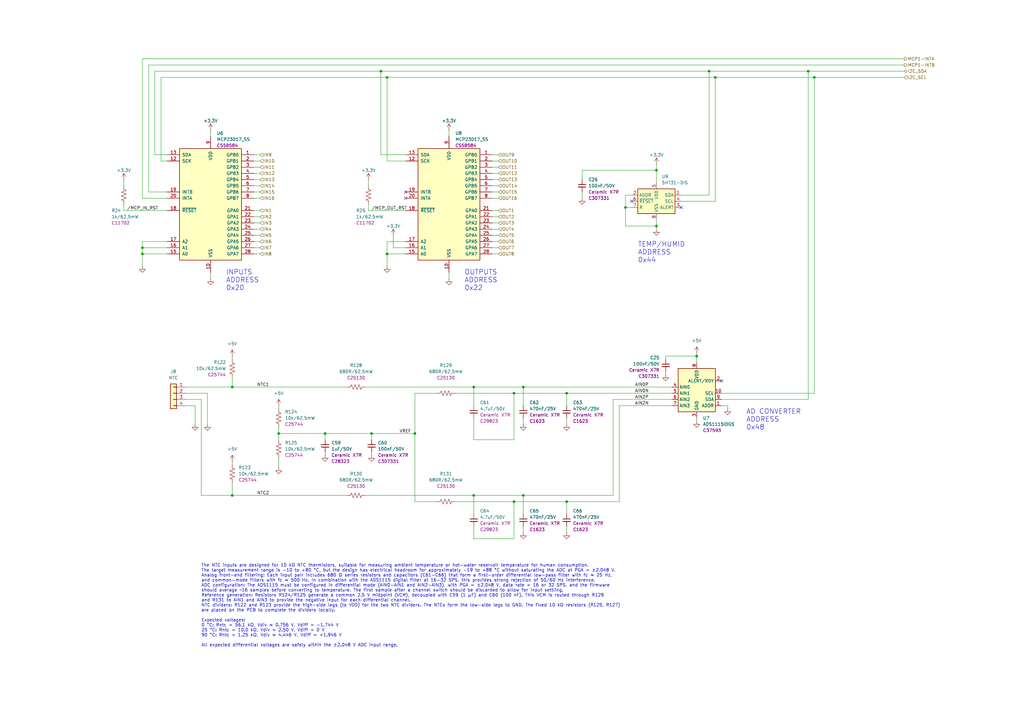
<source format=kicad_sch>
(kicad_sch (version 20250114) (generator "eeschema") (generator_version "9.0")
  (paper "A3")
  (title_block (title "ESP 24V 16xIn/16xOut/4xNTC Module") (date "2025-07-04") (rev "V4"))
  (lib_symbols
    (symbol "Analog_ADC:ADS1115IDGS"
      (property "Reference" "U" (at 2.54 13.97 0))
      (property "Value" "ADS1115IDGS" (at 7.62 11.43 0))
      (symbol "ADS1115IDGS_0_1"
        (rectangle (start -7.62 10.16) (end 7.62 -7.62) (stroke (width 0.254)) (fill (type background)))
      )
      (symbol "ADS1115IDGS_1_1"
        (pin input line (at -10.16 2.54 0) (length 2.54) (name "AIN0") (number "4"))
        (pin input line (at -10.16 0 0) (length 2.54) (name "AIN1") (number "5"))
        (pin input line (at -10.16 -2.54 0) (length 2.54) (name "AIN2") (number "6"))
        (pin input line (at -10.16 -5.08 0) (length 2.54) (name "AIN3") (number "7"))
        (pin power_in line (at 0 12.7 270) (length 2.54) (name "VDD") (number "8"))
        (pin power_in line (at 0 -10.16 90) (length 2.54) (name "GND") (number "3"))
        (pin output line (at 10.16 5.08 180) (length 2.54) (name "ALERT/RDY") (number "2"))
        (pin input line (at 10.16 0 180) (length 2.54) (name "SCL") (number "10"))
        (pin bidirectional line (at 10.16 -2.54 180) (length 2.54) (name "SDA") (number "9"))
        (pin input line (at 10.16 -5.08 180) (length 2.54) (name "ADDR") (number "1"))
      )
    )
    (symbol "Connector_Generic:Conn_01x04" (pin_names (offset 1.016) (hide yes))
      (property "Reference" "J" (at 0 5.08 0))
      (property "Value" "Conn_01x04" (at 0 -7.62 0))
      (symbol "Conn_01x04_1_1"
        (rectangle (start -1.27 3.81) (end 1.27 -6.35) (stroke (width 0.254)) (fill (type background)))
        (rectangle (start -1.27 2.667) (end 0 2.413) (stroke (width 0.1524)))
        (rectangle (start -1.27 0.127) (end 0 -0.127) (stroke (width 0.1524)))
        (rectangle (start -1.27 -2.413) (end 0 -2.667) (stroke (width 0.1524)))
        (rectangle (start -1.27 -4.953) (end 0 -5.207) (stroke (width 0.1524)))
        (pin passive line (at -5.08 2.54 0) (length 3.81) (name "Pin_1") (number "1"))
        (pin passive line (at -5.08 0 0) (length 3.81) (name "Pin_2") (number "2"))
        (pin passive line (at -5.08 -2.54 0) (length 3.81) (name "Pin_3") (number "3"))
        (pin passive line (at -5.08 -5.08 0) (length 3.81) (name "Pin_4") (number "4"))
      )
    )
    (symbol "Device:C_Small" (pin_numbers (hide yes)) (pin_names (offset 0.254) (hide yes))
      (property "Reference" "C" (at 0.254 1.778 0))
      (property "Value" "C_Small" (at 0.254 -2.032 0))
      (symbol "C_Small_0_1"
        (polyline (pts (xy -1.524 0.508) (xy 1.524 0.508)) (stroke (width 0.3048)))
        (polyline (pts (xy -1.524 -0.508) (xy 1.524 -0.508)) (stroke (width 0.3302)))
      )
      (symbol "C_Small_1_1"
        (pin passive line (at 0 2.54 270) (length 2.032) (name "~") (number "1"))
        (pin passive line (at 0 -2.54 90) (length 2.032) (name "~") (number "2"))
      )
    )
    (symbol "Device:R_US" (pin_numbers (hide yes)) (pin_names (offset 0))
      (property "Reference" "R" (at 2.54 0 90))
      (property "Value" "R_US" (at -2.54 0 90))
      (symbol "R_US_0_1"
        (polyline (pts (xy 0 2.286) (xy 0 2.54)))
        (polyline (pts (xy 0 2.286) (xy 1.016 1.905) (xy 0 1.524) (xy -1.016 1.143) (xy 0 0.762)))
        (polyline (pts (xy 0 0.762) (xy 1.016 0.381) (xy 0 0) (xy -1.016 -0.381) (xy 0 -0.762)))
        (polyline (pts (xy 0 -0.762) (xy 1.016 -1.143) (xy 0 -1.524) (xy -1.016 -1.905) (xy 0 -2.286)))
        (polyline (pts (xy 0 -2.286) (xy 0 -2.54)))
      )
      (symbol "R_US_1_1"
        (pin passive line (at 0 3.81 270) (length 1.27) (name "~") (number "1"))
        (pin passive line (at 0 -3.81 90) (length 1.27) (name "~") (number "2"))
      )
    )
    (symbol "Interface_Expansion:MCP23017_SS" (pin_names (offset 1.016))
      (property "Reference" "U" (at -11.43 24.13 0))
      (property "Value" "MCP23017_SS" (at 0 0 0))
      (symbol "MCP23017_SS_0_1"
        (rectangle (start -12.7 22.86) (end 12.7 -22.86) (stroke (width 0.254)) (fill (type background)))
      )
      (symbol "MCP23017_SS_1_1"
        (pin bidirectional line (at -17.78 20.32 0) (length 5.08) (name "SDA") (number "13"))
        (pin input line (at -17.78 17.78 0) (length 5.08) (name "SCK") (number "12"))
        (pin tri_state line (at -17.78 5.08 0) (length 5.08) (name "INTB") (number "19"))
        (pin tri_state line (at -17.78 2.54 0) (length 5.08) (name "INTA") (number "20"))
        (pin input line (at -17.78 -2.54 0) (length 5.08) (name "~{RESET}") (number "18"))
        (pin input line (at -17.78 -15.24 0) (length 5.08) (name "A2") (number "17"))
        (pin input line (at -17.78 -17.78 0) (length 5.08) (name "A1") (number "16"))
        (pin input line (at -17.78 -20.32 0) (length 5.08) (name "A0") (number "15"))
        (pin no_connect line (at -12.7 15.24 0) (length 5.08) (hide yes) (name "NC") (number "11"))
        (pin no_connect line (at -12.7 12.7 0) (length 5.08) (hide yes) (name "NC") (number "14"))
        (pin power_in line (at 0 27.94 270) (length 5.08) (name "VDD") (number "9"))
        (pin power_in line (at 0 -27.94 90) (length 5.08) (name "VSS") (number "10"))
        (pin bidirectional line (at 17.78 20.32 180) (length 5.08) (name "GPB0") (number "1"))
        (pin bidirectional line (at 17.78 17.78 180) (length 5.08) (name "GPB1") (number "2"))
        (pin bidirectional line (at 17.78 15.24 180) (length 5.08) (name "GPB2") (number "3"))
        (pin bidirectional line (at 17.78 12.7 180) (length 5.08) (name "GPB3") (number "4"))
        (pin bidirectional line (at 17.78 10.16 180) (length 5.08) (name "GPB4") (number "5"))
        (pin bidirectional line (at 17.78 7.62 180) (length 5.08) (name "GPB5") (number "6"))
        (pin bidirectional line (at 17.78 5.08 180) (length 5.08) (name "GPB6") (number "7"))
        (pin output line (at 17.78 2.54 180) (length 5.08) (name "GPB7") (number "8"))
        (pin bidirectional line (at 17.78 -2.54 180) (length 5.08) (name "GPA0") (number "21"))
        (pin bidirectional line (at 17.78 -5.08 180) (length 5.08) (name "GPA1") (number "22"))
        (pin bidirectional line (at 17.78 -7.62 180) (length 5.08) (name "GPA2") (number "23"))
        (pin bidirectional line (at 17.78 -10.16 180) (length 5.08) (name "GPA3") (number "24"))
        (pin bidirectional line (at 17.78 -12.7 180) (length 5.08) (name "GPA4") (number "25"))
        (pin bidirectional line (at 17.78 -15.24 180) (length 5.08) (name "GPA5") (number "26"))
        (pin bidirectional line (at 17.78 -17.78 180) (length 5.08) (name "GPA6") (number "27"))
        (pin output line (at 17.78 -20.32 180) (length 5.08) (name "GPA7") (number "28"))
      )
    )
    (symbol "Tales:SHT31-DIS"
      (property "Reference" "U" (at -6.35 6.35 0))
      (property "Value" "SHT31-DIS" (at 6.35 6.35 0))
      (symbol "SHT31-DIS_0_1"
        (rectangle (start -7.62 5.08) (end 7.62 -5.08) (stroke (width 0.254)) (fill (type background)))
      )
      (symbol "SHT31-DIS_1_1"
        (pin input line (at -10.16 2.54 0) (length 2.54) (name "ADDR") (number "2"))
        (pin input line (at -10.16 0 0) (length 2.54) (name "~{RESET}") (number "6"))
        (pin passive line (at -10.16 -2.54 0) (length 2.54) (name "R") (number "7"))
        (pin power_in line (at 0 7.62 270) (length 2.54) (name "VDD") (number "5"))
        (pin power_in line (at 0 -7.62 90) (length 2.54) (name "VSS") (number "8"))
        (pin passive line (at 0 -7.62 90) (length 2.54) (hide yes) (name "VSS") (number "9"))
        (pin bidirectional line (at 10.16 2.54 180) (length 2.54) (name "SDA") (number "1"))
        (pin input line (at 10.16 0 180) (length 2.54) (name "SCL") (number "4"))
        (pin output line (at 10.16 -2.54 180) (length 2.54) (name "ALERT") (number "3"))
      )
    )
    (symbol "power:+3.3V" (power) (pin_numbers (hide yes)) (pin_names (offset 0) (hide yes))
      (property "Value" "+3.3V" (at 0 3.556 0))
      (symbol "+3.3V_0_1"
        (polyline (pts (xy -0.762 1.27) (xy 0 2.54)))
        (polyline (pts (xy 0 2.54) (xy 0.762 1.27)))
        (polyline (pts (xy 0 0) (xy 0 2.54)))
      )
      (symbol "+3.3V_1_1"
        (pin power_in line (at 0 0 90) (length 0) (name "~") (number "1"))
      )
    )
    (symbol "power:+5V" (power) (pin_numbers (hide yes)) (pin_names (offset 0) (hide yes))
      (property "Value" "+5V" (at 0 3.556 0))
      (symbol "+5V_0_1"
        (polyline (pts (xy -0.762 1.27) (xy 0 2.54)))
        (polyline (pts (xy 0 2.54) (xy 0.762 1.27)))
        (polyline (pts (xy 0 0) (xy 0 2.54)))
      )
      (symbol "+5V_1_1"
        (pin power_in line (at 0 0 90) (length 0) (name "~") (number "1"))
      )
    )
    (symbol "power:GND" (power) (pin_numbers (hide yes)) (pin_names (offset 0) (hide yes))
      (property "Value" "GND" (at 0 -3.81 0))
      (symbol "GND_0_1"
        (polyline (pts (xy 0 0) (xy 0 -1.27) (xy 1.27 -1.27) (xy 0 -2.54) (xy -1.27 -1.27) (xy 0 -1.27)))
      )
      (symbol "GND_1_1"
        (pin power_in line (at 0 0 270) (length 0) (name "~") (number "1"))
      )
    )
  )
  (text "OUTPUTS\nADDRESS\n0x22" (at 190.5 119.38 0) (effects (font (size 2 2)) (justify left bottom)))
  (text "INPUTS\nADDRESS\n0x20" (at 92.71 119.38 0) (effects (font (size 2 2)) (justify left bottom)))
  (text "TEMP/HUMID\nADDRESS\n0x44" (at 261.62 107.95 0) (effects (font (size 2 2)) (justify left bottom)))
  (text "AD CONVERTER\nADDRESS\n0x48" (at 306.07 176.53 0) (effects (font (size 2 2)) (justify left bottom)))
  (text "The NTC inputs are designed for 10 kΩ NTC thermistors, suitable for measuring ambient temperature or hot-water reservoir temperature for human consumption.\nThe target measurement range is −10 to +80 °C, but the design has electrical headroom for approximately −19 to +88 °C without saturating the ADC at PGA = ±2.048 V.\nAnalog front-end filtering: Each input pair includes 680 Ω series resistors and capacitors (C61-C66) that form a first-order differential low-pass filter with fc ≈ 25 Hz,\nand common-mode filters with fc ≈ 500 Hz. In combination with the ADS1115 digital filter at 16-32 SPS, this provides strong rejection of 50/60 Hz interference.\nADC configuration: The ADS1115 must be configured in differential mode (AIN0-AIN1 and AIN2-AIN3), with PGA = ±2.048 V, data rate = 16 or 32 SPS, and the firmware\nshould average ~16 samples before converting to temperature. The first sample after a channel switch should be discarded to allow for input settling.\nReference generation: Resistors R124/R125 generate a common 2.5 V midpoint (VCM), decoupled with C59 (1 µF) and C60 (100 nF). This VCM is routed through R129\nand R131 to AIN1 and AIN3 to provide the negative input for each differential channel.\nNTC dividers: R122 and R123 provide the high-side legs (to VDD) for the two NTC dividers. The NTCs form the low-side legs to GND. The fixed 10 kΩ resistors (R125, R127)\nare placed on the PCB to complete the dividers locally.\n\nExpected voltages:\n0 °C: Rntc = 56.1 kΩ, Vdiv ≈ 0.756 V, Vdiff = −1.744 V\n25 °C: Rntc = 10.0 kΩ, Vdiv = 2.50 V, Vdiff = 0 V\n90 °C: Rntc = 1.25 kΩ, Vdiv ≈ 4.446 V, Vdiff = +1.946 V\n\nAll expected differential voltages are safely within the ±2.048 V ADC input range." (at 82.55 265.43 0) (effects (font (size 1.27 1.27)) (justify left bottom)))
  (junction (at 194.31 158.75))
  (junction (at 269.24 92.71))
  (junction (at 210.82 161.29))
  (junction (at 290.83 29.21))
  (junction (at 214.63 203.2))
  (junction (at 214.63 158.75))
  (junction (at 293.37 31.75))
  (junction (at 232.41 205.74))
  (junction (at 158.75 31.75))
  (junction (at 95.25 158.75))
  (junction (at 210.82 205.74))
  (junction (at 58.42 101.6))
  (junction (at 152.4 177.8))
  (junction (at 133.35 177.8))
  (junction (at 334.01 31.75))
  (junction (at 285.75 146.05))
  (junction (at 170.18 177.8))
  (junction (at 114.3 177.8))
  (junction (at 194.31 203.2))
  (junction (at 331.47 29.21))
  (junction (at 95.25 203.2))
  (junction (at 232.41 161.29))
  (junction (at 269.24 69.85))
  (junction (at 256.54 85.09))
  (junction (at 158.75 104.14))
  (junction (at 58.42 104.14))
  (junction (at 156.21 29.21))
  (no_connect (at 295.91 156.21))
  (no_connect (at 279.4 85.09))
  (no_connect (at 166.37 81.28))
  (no_connect (at 166.37 78.74))
  (no_connect (at 259.08 82.55))
  (wire (pts (xy 210.82 161.29) (xy 232.41 161.29)))
  (wire (pts (xy 254 205.74) (xy 254 166.37)))
  (wire (pts (xy 66.04 66.04) (xy 66.04 31.75)))
  (wire (pts (xy 254 166.37) (xy 275.59 166.37)))
  (wire (pts (xy 149.86 158.75) (xy 194.31 158.75)))
  (wire (pts (xy 194.31 220.98) (xy 210.82 220.98)))
  (wire (pts (xy 214.63 171.45) (xy 214.63 173.99)))
  (wire (pts (xy 106.68 78.74) (xy 104.14 78.74)))
  (wire (pts (xy 334.01 31.75) (xy 334.01 161.29)))
  (wire (pts (xy 80.01 166.37) (xy 80.01 173.99)))
  (wire (pts (xy 170.18 205.74) (xy 179.07 205.74)))
  (wire (pts (xy 50.8 83.82) (xy 50.8 86.36)))
  (wire (pts (xy 63.5 29.21) (xy 156.21 29.21)))
  (wire (pts (xy 166.37 63.5) (xy 156.21 63.5)))
  (wire (pts (xy 238.76 73.66) (xy 238.76 69.85)))
  (wire (pts (xy 170.18 161.29) (xy 170.18 177.8)))
  (wire (pts (xy 58.42 104.14) (xy 68.58 104.14)))
  (wire (pts (xy 106.68 99.06) (xy 104.14 99.06)))
  (wire (pts (xy 133.35 177.8) (xy 152.4 177.8)))
  (wire (pts (xy 194.31 180.34) (xy 210.82 180.34)))
  (wire (pts (xy 170.18 177.8) (xy 170.18 205.74)))
  (wire (pts (xy 106.68 86.36) (xy 104.14 86.36)))
  (wire (pts (xy 58.42 109.22) (xy 58.42 104.14)))
  (wire (pts (xy 269.24 67.31) (xy 269.24 69.85)))
  (wire (pts (xy 156.21 63.5) (xy 156.21 29.21)))
  (wire (pts (xy 232.41 161.29) (xy 232.41 166.37)))
  (wire (pts (xy 95.25 158.75) (xy 142.24 158.75)))
  (wire (pts (xy 76.2 166.37) (xy 80.01 166.37)))
  (wire (pts (xy 269.24 92.71) (xy 269.24 93.98)))
  (wire (pts (xy 232.41 171.45) (xy 232.41 173.99)))
  (wire (pts (xy 293.37 82.55) (xy 279.4 82.55)))
  (wire (pts (xy 166.37 66.04) (xy 158.75 66.04)))
  (wire (pts (xy 251.46 203.2) (xy 251.46 163.83)))
  (wire (pts (xy 106.68 91.44) (xy 104.14 91.44)))
  (wire (pts (xy 106.68 93.98) (xy 104.14 93.98)))
  (wire (pts (xy 58.42 81.28) (xy 68.58 81.28)))
  (wire (pts (xy 95.25 203.2) (xy 82.55 203.2)))
  (wire (pts (xy 232.41 161.29) (xy 275.59 161.29)))
  (wire (pts (xy 210.82 205.74) (xy 232.41 205.74)))
  (wire (pts (xy 152.4 185.42) (xy 152.4 186.69)))
  (wire (pts (xy 210.82 205.74) (xy 210.82 220.98)))
  (wire (pts (xy 60.96 78.74) (xy 68.58 78.74)))
  (wire (pts (xy 186.69 205.74) (xy 210.82 205.74)))
  (wire (pts (xy 68.58 101.6) (xy 58.42 101.6)))
  (wire (pts (xy 106.68 104.14) (xy 104.14 104.14)))
  (wire (pts (xy 204.47 88.9) (xy 201.93 88.9)))
  (wire (pts (xy 331.47 29.21) (xy 370.84 29.21)))
  (wire (pts (xy 232.41 205.74) (xy 232.41 210.82)))
  (wire (pts (xy 86.36 111.76) (xy 86.36 114.3)))
  (wire (pts (xy 106.68 101.6) (xy 104.14 101.6)))
  (wire (pts (xy 151.13 86.36) (xy 166.37 86.36)))
  (wire (pts (xy 166.37 101.6) (xy 161.29 101.6)))
  (wire (pts (xy 58.42 101.6) (xy 58.42 104.14)))
  (wire (pts (xy 86.36 53.34) (xy 86.36 55.88)))
  (wire (pts (xy 106.68 88.9) (xy 104.14 88.9)))
  (wire (pts (xy 82.55 203.2) (xy 82.55 163.83)))
  (wire (pts (xy 204.47 96.52) (xy 201.93 96.52)))
  (wire (pts (xy 194.31 158.75) (xy 214.63 158.75)))
  (wire (pts (xy 256.54 85.09) (xy 256.54 92.71)))
  (wire (pts (xy 204.47 78.74) (xy 201.93 78.74)))
  (wire (pts (xy 85.09 173.99) (xy 85.09 161.29)))
  (wire (pts (xy 133.35 177.8) (xy 133.35 180.34)))
  (wire (pts (xy 152.4 177.8) (xy 170.18 177.8)))
  (wire (pts (xy 204.47 104.14) (xy 201.93 104.14)))
  (wire (pts (xy 256.54 92.71) (xy 269.24 92.71)))
  (wire (pts (xy 114.3 166.37) (xy 114.3 167.64)))
  (wire (pts (xy 106.68 76.2) (xy 104.14 76.2)))
  (wire (pts (xy 295.91 163.83) (xy 331.47 163.83)))
  (wire (pts (xy 95.25 154.94) (xy 95.25 158.75)))
  (wire (pts (xy 194.31 171.45) (xy 194.31 180.34)))
  (wire (pts (xy 186.69 161.29) (xy 210.82 161.29)))
  (wire (pts (xy 269.24 90.17) (xy 269.24 92.71)))
  (wire (pts (xy 151.13 83.82) (xy 151.13 86.36)))
  (wire (pts (xy 170.18 161.29) (xy 179.07 161.29)))
  (wire (pts (xy 295.91 161.29) (xy 334.01 161.29)))
  (wire (pts (xy 58.42 81.28) (xy 58.42 24.13)))
  (wire (pts (xy 204.47 71.12) (xy 201.93 71.12)))
  (wire (pts (xy 95.25 158.75) (xy 76.2 158.75)))
  (wire (pts (xy 95.25 198.12) (xy 95.25 203.2)))
  (wire (pts (xy 214.63 203.2) (xy 214.63 210.82)))
  (wire (pts (xy 298.45 166.37) (xy 295.91 166.37)))
  (wire (pts (xy 334.01 31.75) (xy 370.84 31.75)))
  (wire (pts (xy 238.76 78.74) (xy 238.76 81.28)))
  (wire (pts (xy 204.47 66.04) (xy 201.93 66.04)))
  (wire (pts (xy 95.25 203.2) (xy 142.24 203.2)))
  (wire (pts (xy 158.75 109.22) (xy 158.75 104.14)))
  (wire (pts (xy 106.68 96.52) (xy 104.14 96.52)))
  (wire (pts (xy 273.05 146.05) (xy 285.75 146.05)))
  (wire (pts (xy 204.47 91.44) (xy 201.93 91.44)))
  (wire (pts (xy 95.25 189.23) (xy 95.25 190.5)))
  (wire (pts (xy 158.75 66.04) (xy 158.75 31.75)))
  (wire (pts (xy 114.3 177.8) (xy 133.35 177.8)))
  (wire (pts (xy 68.58 66.04) (xy 66.04 66.04)))
  (wire (pts (xy 232.41 215.9) (xy 232.41 218.44)))
  (wire (pts (xy 214.63 158.75) (xy 275.59 158.75)))
  (wire (pts (xy 158.75 104.14) (xy 166.37 104.14)))
  (wire (pts (xy 285.75 171.45) (xy 285.75 172.72)))
  (wire (pts (xy 106.68 71.12) (xy 104.14 71.12)))
  (wire (pts (xy 273.05 152.4) (xy 273.05 153.67)))
  (wire (pts (xy 204.47 76.2) (xy 201.93 76.2)))
  (wire (pts (xy 161.29 101.6) (xy 161.29 96.52)))
  (wire (pts (xy 290.83 29.21) (xy 331.47 29.21)))
  (wire (pts (xy 204.47 86.36) (xy 201.93 86.36)))
  (wire (pts (xy 184.15 53.34) (xy 184.15 55.88)))
  (wire (pts (xy 114.3 187.96) (xy 114.3 191.77)))
  (wire (pts (xy 166.37 99.06) (xy 158.75 99.06)))
  (wire (pts (xy 259.08 80.01) (xy 256.54 80.01)))
  (wire (pts (xy 232.41 205.74) (xy 254 205.74)))
  (wire (pts (xy 68.58 99.06) (xy 58.42 99.06)))
  (wire (pts (xy 50.8 73.66) (xy 50.8 76.2)))
  (wire (pts (xy 106.68 63.5) (xy 104.14 63.5)))
  (wire (pts (xy 114.3 175.26) (xy 114.3 177.8)))
  (wire (pts (xy 156.21 29.21) (xy 290.83 29.21)))
  (wire (pts (xy 293.37 31.75) (xy 334.01 31.75)))
  (wire (pts (xy 259.08 85.09) (xy 256.54 85.09)))
  (wire (pts (xy 106.68 73.66) (xy 104.14 73.66)))
  (wire (pts (xy 256.54 80.01) (xy 256.54 85.09)))
  (wire (pts (xy 152.4 177.8) (xy 152.4 180.34)))
  (wire (pts (xy 293.37 31.75) (xy 293.37 82.55)))
  (wire (pts (xy 60.96 78.74) (xy 60.96 26.67)))
  (wire (pts (xy 279.4 80.01) (xy 290.83 80.01)))
  (wire (pts (xy 214.63 158.75) (xy 214.63 166.37)))
  (wire (pts (xy 50.8 86.36) (xy 68.58 86.36)))
  (wire (pts (xy 204.47 73.66) (xy 201.93 73.66)))
  (wire (pts (xy 114.3 177.8) (xy 114.3 180.34)))
  (wire (pts (xy 106.68 68.58) (xy 104.14 68.58)))
  (wire (pts (xy 210.82 161.29) (xy 210.82 180.34)))
  (wire (pts (xy 66.04 31.75) (xy 158.75 31.75)))
  (wire (pts (xy 184.15 111.76) (xy 184.15 114.3)))
  (wire (pts (xy 60.96 26.67) (xy 370.84 26.67)))
  (wire (pts (xy 158.75 99.06) (xy 158.75 104.14)))
  (wire (pts (xy 82.55 163.83) (xy 76.2 163.83)))
  (wire (pts (xy 194.31 203.2) (xy 214.63 203.2)))
  (wire (pts (xy 149.86 203.2) (xy 194.31 203.2)))
  (wire (pts (xy 106.68 81.28) (xy 104.14 81.28)))
  (wire (pts (xy 238.76 69.85) (xy 269.24 69.85)))
  (wire (pts (xy 194.31 215.9) (xy 194.31 220.98)))
  (wire (pts (xy 158.75 31.75) (xy 293.37 31.75)))
  (wire (pts (xy 331.47 29.21) (xy 331.47 163.83)))
  (wire (pts (xy 214.63 215.9) (xy 214.63 218.44)))
  (wire (pts (xy 194.31 203.2) (xy 194.31 210.82)))
  (wire (pts (xy 106.68 66.04) (xy 104.14 66.04)))
  (wire (pts (xy 204.47 93.98) (xy 201.93 93.98)))
  (wire (pts (xy 151.13 73.66) (xy 151.13 76.2)))
  (wire (pts (xy 204.47 63.5) (xy 201.93 63.5)))
  (wire (pts (xy 204.47 81.28) (xy 201.93 81.28)))
  (wire (pts (xy 204.47 68.58) (xy 201.93 68.58)))
  (wire (pts (xy 214.63 203.2) (xy 251.46 203.2)))
  (wire (pts (xy 290.83 29.21) (xy 290.83 80.01)))
  (wire (pts (xy 204.47 101.6) (xy 201.93 101.6)))
  (wire (pts (xy 285.75 144.78) (xy 285.75 146.05)))
  (wire (pts (xy 58.42 24.13) (xy 370.84 24.13)))
  (wire (pts (xy 251.46 163.83) (xy 275.59 163.83)))
  (wire (pts (xy 133.35 185.42) (xy 133.35 186.69)))
  (wire (pts (xy 85.09 161.29) (xy 76.2 161.29)))
  (wire (pts (xy 285.75 146.05) (xy 285.75 148.59)))
  (wire (pts (xy 58.42 99.06) (xy 58.42 101.6)))
  (wire (pts (xy 95.25 146.05) (xy 95.25 147.32)))
  (wire (pts (xy 63.5 63.5) (xy 63.5 29.21)))
  (wire (pts (xy 298.45 167.64) (xy 298.45 166.37)))
  (wire (pts (xy 269.24 69.85) (xy 269.24 74.93)))
  (wire (pts (xy 194.31 158.75) (xy 194.31 166.37)))
  (wire (pts (xy 273.05 147.32) (xy 273.05 146.05)))
  (wire (pts (xy 204.47 99.06) (xy 201.93 99.06)))
  (wire (pts (xy 68.58 63.5) (xy 63.5 63.5)))
  (label "AIN0P" (at 260.35 158.75 0))
  (label "{slash}MCP_IN_RST" (at 52.07 86.36 0))
  (label "AIN2P" (at 260.35 163.83 0))
  (label "{slash}MCP_OUT_RST" (at 152.4 86.36 0))
  (label "NTC1" (at 105.41 158.75 0))
  (label "AIN2N" (at 260.35 166.37 0))
  (label "AIN0N" (at 260.35 161.29 0))
  (label "VREF" (at 163.83 177.8 0))
  (label "NTC2" (at 105.41 203.2 0))
  (hierarchical_label "IN1" (shape input) (at 106.68 86.36 0))
  (hierarchical_label "I2C_SDA" (shape bidirectional) (at 370.84 29.21 0))
  (hierarchical_label "OUT8" (shape input) (at 204.47 104.14 0))
  (hierarchical_label "OUT14" (shape input) (at 204.47 76.2 0))
  (hierarchical_label "IN10" (shape input) (at 106.68 66.04 0))
  (hierarchical_label "OUT4" (shape input) (at 204.47 93.98 0))
  (hierarchical_label "OUT13" (shape input) (at 204.47 73.66 0))
  (hierarchical_label "OUT2" (shape input) (at 204.47 88.9 0))
  (hierarchical_label "OUT7" (shape input) (at 204.47 101.6 0))
  (hierarchical_label "IN14" (shape input) (at 106.68 76.2 0))
  (hierarchical_label "OUT16" (shape input) (at 204.47 81.28 0))
  (hierarchical_label "IN5" (shape input) (at 106.68 96.52 0))
  (hierarchical_label "OUT1" (shape input) (at 204.47 86.36 0))
  (hierarchical_label "IN15" (shape input) (at 106.68 78.74 0))
  (hierarchical_label "IN2" (shape input) (at 106.68 88.9 0))
  (hierarchical_label "OUT12" (shape input) (at 204.47 71.12 0))
  (hierarchical_label "IN3" (shape input) (at 106.68 91.44 0))
  (hierarchical_label "IN11" (shape input) (at 106.68 68.58 0))
  (hierarchical_label "IN16" (shape input) (at 106.68 81.28 0))
  (hierarchical_label "I2C_SCL" (shape input) (at 370.84 31.75 0))
  (hierarchical_label "IN8" (shape input) (at 106.68 104.14 0))
  (hierarchical_label "OUT6" (shape input) (at 204.47 99.06 0))
  (hierarchical_label "OUT15" (shape input) (at 204.47 78.74 0))
  (hierarchical_label "IN4" (shape input) (at 106.68 93.98 0))
  (hierarchical_label "IN13" (shape input) (at 106.68 73.66 0))
  (hierarchical_label "OUT11" (shape input) (at 204.47 68.58 0))
  (hierarchical_label "MCP1-INTA" (shape output) (at 370.84 24.13 0))
  (hierarchical_label "OUT9" (shape input) (at 204.47 63.5 0))
  (hierarchical_label "IN6" (shape input) (at 106.68 99.06 0))
  (hierarchical_label "MCP1-INTB" (shape output) (at 370.84 26.67 0))
  (hierarchical_label "IN7" (shape input) (at 106.68 101.6 0))
  (hierarchical_label "OUT5" (shape input) (at 204.47 96.52 0))
  (hierarchical_label "OUT3" (shape input) (at 204.47 91.44 0))
  (hierarchical_label "IN12" (shape input) (at 106.68 71.12 0))
  (hierarchical_label "OUT10" (shape input) (at 204.47 66.04 0))
  (hierarchical_label "IN9" (shape input) (at 106.68 63.5 0))
  (symbol (lib_id "Interface_Expansion:MCP23017_SS") (at 86.36 83.82 0) (unit 1)
    (property "Reference" "U6" (at 88.9 54.61 0) (effects (justify left)))
    (property "Value" "MCP23017_SS" (at 88.9 57.15 0) (effects (justify left)))
    (property "Footprint" "Package_SO:SSOP-28_5.3x10.2mm_P0.65mm" (effects (hide yes)))
    (property "Datasheet" "https://ww1.microchip.com/downloads/aemDocuments/documents/APID/ProductDocuments/DataSheets/MCP23017-Data-Sheet-DS20001952.pdf" (effects (hide yes)))
    (property "Description" "16-bit I/O expander, I2C, interrupts, w pull-ups, SSOP-28" (effects (hide yes)))
    (property "JLCPCB BOM" "1" (effects (hide yes)))
    (property "Case" "SSOP-28-5.3" (effects (hide yes)))
    (property "LCSC Part #" "C558584" (at 88.9 59.69 0) (effects (justify left)))
    (property "Mfr" "Microchip" (effects (hide yes)))
    (property "Mfr PN" "MCP23017T-E/SS" (effects (hide yes)))
    (property "Vendor" "JLCPCB" (effects (hide yes)))
    (property "Vendor PN" "C558584" (effects (hide yes)))
  )
  (symbol (lib_id "power:GND") (at 158.75 109.22 0) (unit 1)
    (property "Reference" "#PWR074" (effects (hide yes)))
    (property "Value" "GND" (effects (hide yes)))
    (property "Description" "Power symbol creates a global label with name \"GND\" , ground" (effects (hide yes)))
  )
  (symbol (lib_id "Device:R_US") (at 146.05 158.75 270) (unit 1)
    (property "Reference" "R128" (at 146.05 149.86 90))
    (property "Value" "680R/62,5mW" (at 146.05 152.4 90))
    (property "Footprint" "Tales:R_0402_1005Metric" (effects (hide yes)))
    (property "Description" "Resistor, US symbol" (effects (hide yes)))
    (property "Mfr" "Uniroyal" (effects (hide yes)))
    (property "Vendor" "JLCPCB" (effects (hide yes)))
    (property "Mfr PN" "0402WGF6800TCE" (effects (hide yes)))
    (property "Technology" "1%" (effects (hide yes)))
    (property "Vendor PN" "C25130" (effects (hide yes)))
    (property "LCSC Part #" "C25130" (at 146.05 154.94 90))
    (property "JLCPCB BOM" "1" (effects (hide yes)))
    (property "Package" "0402/1005" (effects (hide yes)))
    (property "Case" "0402/1005" (effects (hide yes)))
  )
  (symbol (lib_id "power:GND") (at 214.63 173.99 0) (unit 1)
    (property "Reference" "#PWR068" (effects (hide yes)))
    (property "Value" "GND" (effects (hide yes)))
    (property "Description" "Power symbol creates a global label with name \"GND\" , ground" (effects (hide yes)))
  )
  (symbol (lib_id "Device:C_Small") (at 214.63 168.91 0) (unit 1)
    (property "Reference" "C62" (at 217.17 165.1062 0) (effects (justify left)))
    (property "Value" "470nF/25V" (at 217.17 167.6462 0) (effects (justify left)))
    (property "Footprint" "Tales:C_0603_1608Metric" (effects (hide yes)))
    (property "Description" "Unpolarized capacitor, small symbol" (effects (hide yes)))
    (property "JLCPCB BOM" "1" (effects (hide yes)))
    (property "Technology" "Ceramic X7R" (at 217.17 170.1862 0) (effects (justify left)))
    (property "LCSC Part #" "C1623" (at 217.17 172.7262 0) (effects (justify left)))
    (property "Mfr" "Samsung" (effects (hide yes)))
    (property "Mfr PN" "CL10B474KA8NNNC" (effects (hide yes)))
    (property "Vendor" "JLCPCB" (effects (hide yes)))
    (property "Vendor PN" "C1623" (effects (hide yes)))
    (property "Package" "0603/1608" (effects (hide yes)))
    (property "Case" "0603/1608" (effects (hide yes)))
  )
  (symbol (lib_id "power:+3.3V") (at 184.15 53.34 0) (unit 1)
    (property "Reference" "#PWR079" (effects (hide yes)))
    (property "Value" "+3.3V" (at 184.15 49.53 0))
    (property "Description" "Power symbol creates a global label with name \"+3.3V\"" (effects (hide yes)))
  )
  (symbol (lib_id "Connector_Generic:Conn_01x04") (at 71.12 161.29 0) (mirror y) (unit 1)
    (property "Reference" "J8" (at 71.12 152.4 0))
    (property "Value" "NTC" (at 71.12 154.94 0))
    (property "Footprint" "Tales:TerminalBlock_Dibo_DB141V-2.54-4P_1x04_P2.54mm_Vertical" (effects (hide yes)))
    (property "Description" "Generic connector, single row, 01x04, script generated (kicad-library-utils/schlib/autogen/connector/)" (effects (hide yes)))
    (property "JLCPCB BOM" "1" (effects (hide yes)))
    (property "LCSC Part #" "C2898746" (effects (hide yes)))
    (property "Mfr" "DIBO" (effects (hide yes)))
    (property "Mfr PN" "DB141V-2.54-4P" (effects (hide yes)))
    (property "Vendor" "JLCPCB" (effects (hide yes)))
    (property "Vendor PN" "C2898746" (effects (hide yes)))
  )
  (symbol (lib_id "power:+5V") (at 114.3 166.37 0) (unit 1)
    (property "Reference" "#PWR0249" (effects (hide yes)))
    (property "Value" "+5V" (at 114.3 161.29 0))
    (property "Description" "Power symbol creates a global label with name \"+5V\"" (effects (hide yes)))
  )
  (symbol (lib_id "Analog_ADC:ADS1115IDGS") (at 285.75 161.29 0) (unit 1)
    (property "Reference" "U7" (at 288.29 171.45 0) (effects (justify left)))
    (property "Value" "ADS1115IDGS" (at 288.29 173.99 0) (effects (justify left)))
    (property "Footprint" "Package_SO:TSSOP-10_3x3mm_P0.5mm" (effects (hide yes)))
    (property "Datasheet" "http://www.ti.com/lit/ds/symlink/ads1113.pdf" (effects (hide yes)))
    (property "Description" "Ultra-Small, Low-Power, I2C-Compatible, 860-SPS, 16-Bit ADCs With Internal Reference, Oscillator, and Programmable Comparator, VSSOP-10" (effects (hide yes)))
    (property "JLCPCB BOM" "1" (effects (hide yes)))
    (property "LCSC Part #" "C37593" (at 288.29 176.53 0) (effects (justify left)))
    (property "Mfr" "Texas Instruments" (effects (hide yes)))
    (property "Mfr PN" "ADS1115IDGSR" (effects (hide yes)))
    (property "Package" "VSSOP-10" (effects (hide yes)))
    (property "Vendor" "JLCPCB" (effects (hide yes)))
    (property "Vendor PN" "C37593" (effects (hide yes)))
    (property "Case" "TSSOP-10" (effects (hide yes)))
  )
  (symbol (lib_id "Device:R_US") (at 95.25 194.31 180) (unit 1)
    (property "Reference" "R123" (at 97.79 191.7699 0) (effects (justify right)))
    (property "Value" "10k/62,5mW" (at 97.79 194.3099 0) (effects (justify right)))
    (property "Footprint" "Tales:R_0402_1005Metric" (effects (hide yes)))
    (property "Description" "Resistor, US symbol" (effects (hide yes)))
    (property "Mfr" "Uniroyal" (effects (hide yes)))
    (property "Vendor" "JLCPCB" (effects (hide yes)))
    (property "Mfr PN" "0402WGF1002TCE" (effects (hide yes)))
    (property "Technology" "1%" (effects (hide yes)))
    (property "Vendor PN" "C25744" (effects (hide yes)))
    (property "LCSC Part #" "C25744" (at 97.79 196.8499 0) (effects (justify right)))
    (property "JLCPCB BOM" "1" (effects (hide yes)))
    (property "Package" "0402/1005" (effects (hide yes)))
    (property "Case" "0402/1005" (effects (hide yes)))
  )
  (symbol (lib_id "Device:R_US") (at 182.88 161.29 270) (unit 1)
    (property "Reference" "R129" (at 182.88 149.86 90))
    (property "Value" "680R/62,5mW" (at 182.88 152.4 90))
    (property "Footprint" "Tales:R_0402_1005Metric" (effects (hide yes)))
    (property "Description" "Resistor, US symbol" (effects (hide yes)))
    (property "Mfr" "Uniroyal" (effects (hide yes)))
    (property "Vendor" "JLCPCB" (effects (hide yes)))
    (property "Mfr PN" "0402WGF6800TCE" (effects (hide yes)))
    (property "Technology" "1%" (effects (hide yes)))
    (property "Vendor PN" "C25130" (effects (hide yes)))
    (property "LCSC Part #" "C25130" (at 182.88 154.94 90))
    (property "JLCPCB BOM" "1" (effects (hide yes)))
    (property "Package" "0402/1005" (effects (hide yes)))
    (property "Case" "0402/1005" (effects (hide yes)))
  )
  (symbol (lib_id "power:GND") (at 285.75 172.72 0) (unit 1)
    (property "Reference" "#PWR077" (effects (hide yes)))
    (property "Value" "GND" (effects (hide yes)))
    (property "Description" "Power symbol creates a global label with name \"GND\" , ground" (effects (hide yes)))
  )
  (symbol (lib_id "power:GND") (at 238.76 81.28 0) (unit 1)
    (property "Reference" "#PWR083" (effects (hide yes)))
    (property "Value" "GND" (effects (hide yes)))
    (property "Description" "Power symbol creates a global label with name \"GND\" , ground" (effects (hide yes)))
  )
  (symbol (lib_id "power:+5V") (at 95.25 146.05 0) (unit 1)
    (property "Reference" "#PWR0253" (effects (hide yes)))
    (property "Value" "+5V" (at 95.25 140.97 0))
    (property "Description" "Power symbol creates a global label with name \"+5V\"" (effects (hide yes)))
  )
  (symbol (lib_id "power:GND") (at 232.41 173.99 0) (unit 1)
    (property "Reference" "#PWR069" (effects (hide yes)))
    (property "Value" "GND" (effects (hide yes)))
    (property "Description" "Power symbol creates a global label with name \"GND\" , ground" (effects (hide yes)))
  )
  (symbol (lib_id "Device:C_Small") (at 214.63 213.36 0) (unit 1)
    (property "Reference" "C65" (at 217.17 209.5562 0) (effects (justify left)))
    (property "Value" "470nF/25V" (at 217.17 212.0962 0) (effects (justify left)))
    (property "Footprint" "Tales:C_0603_1608Metric" (effects (hide yes)))
    (property "Description" "Unpolarized capacitor, small symbol" (effects (hide yes)))
    (property "JLCPCB BOM" "1" (effects (hide yes)))
    (property "Technology" "Ceramic X7R" (at 217.17 214.6362 0) (effects (justify left)))
    (property "LCSC Part #" "C1623" (at 217.17 217.1762 0) (effects (justify left)))
    (property "Mfr" "Samsung" (effects (hide yes)))
    (property "Mfr PN" "CL10B474KA8NNNC" (effects (hide yes)))
    (property "Vendor" "JLCPCB" (effects (hide yes)))
    (property "Vendor PN" "C1623" (effects (hide yes)))
    (property "Package" "0603/1608" (effects (hide yes)))
    (property "Case" "0603/1608" (effects (hide yes)))
  )
  (symbol (lib_id "power:GND") (at 232.41 218.44 0) (unit 1)
    (property "Reference" "#PWR0247" (effects (hide yes)))
    (property "Value" "GND" (effects (hide yes)))
    (property "Description" "Power symbol creates a global label with name \"GND\" , ground" (effects (hide yes)))
  )
  (symbol (lib_id "Device:C_Small") (at 194.31 168.91 0) (unit 1)
    (property "Reference" "C61" (at 196.85 165.1062 0) (effects (justify left)))
    (property "Value" "4.7uF/50V" (at 196.85 167.6462 0) (effects (justify left)))
    (property "Footprint" "Tales:C_1206_3216Metric" (effects (hide yes)))
    (property "Description" "Unpolarized capacitor, small symbol" (effects (hide yes)))
    (property "JLCPCB BOM" "1" (effects (hide yes)))
    (property "Technology" "Ceramic X7R" (at 196.85 170.1862 0) (effects (justify left)))
    (property "LCSC Part #" "C29823" (at 196.85 172.7262 0) (effects (justify left)))
    (property "Mfr" "Samsung" (effects (hide yes)))
    (property "Mfr PN" "1206B475K500NT" (effects (hide yes)))
    (property "Vendor" "JLCPCB" (effects (hide yes)))
    (property "Vendor PN" "C29823" (effects (hide yes)))
    (property "Package" "1206/3216" (effects (hide yes)))
    (property "Case" "1206/3216" (effects (hide yes)))
  )
  (symbol (lib_id "Device:R_US") (at 50.8 80.01 0) (unit 1)
    (property "Reference" "R24" (at 45.72 86.36 0) (effects (justify left)))
    (property "Value" "1k/62,5mW" (at 45.72 88.9 0) (effects (justify left)))
    (property "Footprint" "Tales:R_0402_1005Metric" (effects (hide yes)))
    (property "Description" "Resistor, US symbol" (effects (hide yes)))
    (property "Case" "0402/1005" (effects (hide yes)))
    (property "LCSC Part #" "C11702" (at 45.72 91.44 0) (effects (justify left)))
    (property "Mfr" "Uniroyal" (effects (hide yes)))
    (property "Mfr PN" "0402WGF1001TCE" (effects (hide yes)))
    (property "Technology" "1%" (effects (hide yes)))
    (property "Vendor" "JLCPCB" (effects (hide yes)))
    (property "Vendor PN" "C11702" (effects (hide yes)))
    (property "JLCPCB BOM" "1" (effects (hide yes)))
  )
  (symbol (lib_id "power:GND") (at 214.63 218.44 0) (unit 1)
    (property "Reference" "#PWR082" (effects (hide yes)))
    (property "Value" "GND" (effects (hide yes)))
    (property "Description" "Power symbol creates a global label with name \"GND\" , ground" (effects (hide yes)))
  )
  (symbol (lib_id "power:GND") (at 133.35 186.69 0) (unit 1)
    (property "Reference" "#PWR0251" (effects (hide yes)))
    (property "Value" "GND" (effects (hide yes)))
    (property "Description" "Power symbol creates a global label with name \"GND\" , ground" (effects (hide yes)))
  )
  (symbol (lib_id "power:GND") (at 273.05 153.67 0) (unit 1)
    (property "Reference" "#PWR072" (effects (hide yes)))
    (property "Value" "GND" (effects (hide yes)))
    (property "Description" "Power symbol creates a global label with name \"GND\" , ground" (effects (hide yes)))
  )
  (symbol (lib_id "Device:C_Small") (at 133.35 182.88 0) (unit 1)
    (property "Reference" "C59" (at 135.89 181.61 0) (effects (justify left)))
    (property "Value" "1uF/50V" (at 135.89 184.15 0) (effects (justify left)))
    (property "Footprint" "Tales:C_0805_2012Metric" (effects (hide yes)))
    (property "Description" "Unpolarized capacitor, small symbol" (effects (hide yes)))
    (property "JLCPCB BOM" "1" (effects (hide yes)))
    (property "Technology" "Ceramic X7R" (at 135.89 186.69 0) (effects (justify left)))
    (property "LCSC Part #" "C28323" (at 135.89 189.23 0) (effects (justify left)))
    (property "Mfr" "Samsung" (effects (hide yes)))
    (property "Mfr PN" "CL21B105KBFNNNE" (effects (hide yes)))
    (property "Vendor" "JLCPCB" (effects (hide yes)))
    (property "Vendor PN" "C28323" (effects (hide yes)))
    (property "Package" "0402/1005" (effects (hide yes)))
    (property "Case" "0805/2012" (effects (hide yes)))
  )
  (symbol (lib_id "power:GND") (at 58.42 109.22 0) (unit 1)
    (property "Reference" "#PWR067" (effects (hide yes)))
    (property "Value" "GND" (effects (hide yes)))
    (property "Description" "Power symbol creates a global label with name \"GND\" , ground" (effects (hide yes)))
  )
  (symbol (lib_id "Device:C_Small") (at 238.76 76.2 0) (unit 1)
    (property "Reference" "C26" (at 241.3 73.66 0) (effects (justify left)))
    (property "Value" "100nF/50V" (at 241.3 76.2 0) (effects (justify left)))
    (property "Footprint" "Tales:C_0402_1005Metric" (effects (hide yes)))
    (property "Description" "Unpolarized capacitor, small symbol" (effects (hide yes)))
    (property "JLCPCB BOM" "1" (effects (hide yes)))
    (property "Technology" "Ceramic X7R" (at 241.3 78.74 0) (effects (justify left)))
    (property "LCSC Part #" "C307331" (at 241.3 81.28 0) (effects (justify left)))
    (property "Mfr" "Samsung" (effects (hide yes)))
    (property "Mfr PN" "CL05B104KB54PNC" (effects (hide yes)))
    (property "Vendor" "JLCPCB" (effects (hide yes)))
    (property "Vendor PN" "C307331" (effects (hide yes)))
    (property "Package" "0402/1005" (effects (hide yes)))
    (property "Case" "0402/1005" (effects (hide yes)))
  )
  (symbol (lib_id "Device:R_US") (at 146.05 203.2 270) (unit 1)
    (property "Reference" "R130" (at 146.05 194.31 90))
    (property "Value" "680R/62,5mW" (at 146.05 196.85 90))
    (property "Footprint" "Tales:R_0402_1005Metric" (effects (hide yes)))
    (property "Description" "Resistor, US symbol" (effects (hide yes)))
    (property "Mfr" "Uniroyal" (effects (hide yes)))
    (property "Vendor" "JLCPCB" (effects (hide yes)))
    (property "Mfr PN" "0402WGF6800TCE" (effects (hide yes)))
    (property "Technology" "1%" (effects (hide yes)))
    (property "Vendor PN" "C25130" (effects (hide yes)))
    (property "LCSC Part #" "C25130" (at 146.05 199.39 90))
    (property "JLCPCB BOM" "1" (effects (hide yes)))
    (property "Package" "0402/1005" (effects (hide yes)))
    (property "Case" "0402/1005" (effects (hide yes)))
  )
  (symbol (lib_id "power:GND") (at 80.01 173.99 0) (unit 1)
    (property "Reference" "#PWR0255" (effects (hide yes)))
    (property "Value" "GND" (effects (hide yes)))
    (property "Description" "Power symbol creates a global label with name \"GND\" , ground" (effects (hide yes)))
  )
  (symbol (lib_id "Device:R_US") (at 114.3 184.15 180) (unit 1)
    (property "Reference" "R125" (at 116.84 181.6099 0) (effects (justify right)))
    (property "Value" "10k/62,5mW" (at 116.84 184.1499 0) (effects (justify right)))
    (property "Footprint" "Tales:R_0402_1005Metric" (effects (hide yes)))
    (property "Description" "Resistor, US symbol" (effects (hide yes)))
    (property "Mfr" "Uniroyal" (effects (hide yes)))
    (property "Vendor" "JLCPCB" (effects (hide yes)))
    (property "Mfr PN" "0402WGF1002TCE" (effects (hide yes)))
    (property "Technology" "1%" (effects (hide yes)))
    (property "Vendor PN" "C25744" (effects (hide yes)))
    (property "LCSC Part #" "C25744" (at 116.84 186.6899 0) (effects (justify right)))
    (property "JLCPCB BOM" "1" (effects (hide yes)))
    (property "Package" "0402/1005" (effects (hide yes)))
    (property "Case" "0402/1005" (effects (hide yes)))
  )
  (symbol (lib_id "Device:R_US") (at 95.25 151.13 180) (unit 1)
    (property "Reference" "R122" (at 92.71 148.5899 0) (effects (justify left)))
    (property "Value" "10k/62,5mW" (at 92.71 151.1299 0) (effects (justify left)))
    (property "Footprint" "Tales:R_0402_1005Metric" (effects (hide yes)))
    (property "Description" "Resistor, US symbol" (effects (hide yes)))
    (property "Mfr" "Uniroyal" (effects (hide yes)))
    (property "Vendor" "JLCPCB" (effects (hide yes)))
    (property "Mfr PN" "0402WGF1002TCE" (effects (hide yes)))
    (property "Technology" "1%" (effects (hide yes)))
    (property "Vendor PN" "C25744" (effects (hide yes)))
    (property "LCSC Part #" "C25744" (at 92.71 153.6699 0) (effects (justify left)))
    (property "JLCPCB BOM" "1" (effects (hide yes)))
    (property "Package" "0402/1005" (effects (hide yes)))
    (property "Case" "0402/1005" (effects (hide yes)))
  )
  (symbol (lib_id "Device:C_Small") (at 273.05 149.86 0) (unit 1)
    (property "Reference" "C25" (at 270.51 146.6913 0) (effects (justify right)))
    (property "Value" "100nF/50V" (at 270.51 149.2313 0) (effects (justify right)))
    (property "Footprint" "Tales:C_0402_1005Metric" (effects (hide yes)))
    (property "Description" "Unpolarized capacitor, small symbol" (effects (hide yes)))
    (property "JLCPCB BOM" "1" (effects (hide yes)))
    (property "Technology" "Ceramic X7R" (at 270.51 151.7713 0) (effects (justify right)))
    (property "LCSC Part #" "C307331" (at 270.51 154.3113 0) (effects (justify right)))
    (property "Mfr" "Samsung" (effects (hide yes)))
    (property "Mfr PN" "CL05B104KB54PNC" (effects (hide yes)))
    (property "Vendor" "JLCPCB" (effects (hide yes)))
    (property "Vendor PN" "C307331" (effects (hide yes)))
    (property "Package" "0402/1005" (effects (hide yes)))
    (property "Case" "0402/1005" (effects (hide yes)))
  )
  (symbol (lib_id "power:GND") (at 298.45 167.64 0) (unit 1)
    (property "Reference" "#PWR078" (effects (hide yes)))
    (property "Value" "GND" (effects (hide yes)))
    (property "Description" "Power symbol creates a global label with name \"GND\" , ground" (effects (hide yes)))
  )
  (symbol (lib_id "Tales:SHT31-DIS") (at 269.24 82.55 0) (unit 1)
    (property "Reference" "U9" (at 271.3833 72.39 0) (effects (justify left)))
    (property "Value" "SHT31-DIS" (at 271.3833 74.93 0) (effects (justify left)))
    (property "Footprint" "Tales:Sensirion_DFN-8-1EP_2.5x2.5mm_P0.5mm_EP1.1x1.7mm" (effects (hide yes)))
    (property "Datasheet" "https://www.sensirion.com/fileadmin/user_upload/customers/sensirion/Dokumente/2_Humidity_Sensors/Datasheets/Sensirion_Humidity_Sensors_SHT3x_Datasheet_digital.pdf" (effects (hide yes)))
    (property "Description" "I²C humidity and temperature sensor, ±2%RH, ±0.2°C, DFN-8" (effects (hide yes)))
  )
  (symbol (lib_id "power:GND") (at 152.4 186.69 0) (unit 1)
    (property "Reference" "#PWR0252" (effects (hide yes)))
    (property "Value" "GND" (effects (hide yes)))
    (property "Description" "Power symbol creates a global label with name \"GND\" , ground" (effects (hide yes)))
  )
  (symbol (lib_id "power:+3.3V") (at 151.13 73.66 0) (unit 1)
    (property "Reference" "#PWR073" (effects (hide yes)))
    (property "Value" "+3.3V" (at 151.13 69.85 0))
    (property "Description" "Power symbol creates a global label with name \"+3.3V\"" (effects (hide yes)))
  )
  (symbol (lib_id "Interface_Expansion:MCP23017_SS") (at 184.15 83.82 0) (unit 1)
    (property "Reference" "U8" (at 186.69 54.61 0) (effects (justify left)))
    (property "Value" "MCP23017_SS" (at 186.69 57.15 0) (effects (justify left)))
    (property "Footprint" "Package_SO:SSOP-28_5.3x10.2mm_P0.65mm" (effects (hide yes)))
    (property "Datasheet" "https://ww1.microchip.com/downloads/aemDocuments/documents/APID/ProductDocuments/DataSheets/MCP23017-Data-Sheet-DS20001952.pdf" (effects (hide yes)))
    (property "Description" "16-bit I/O expander, I2C, interrupts, w pull-ups, SSOP-28" (effects (hide yes)))
    (property "JLCPCB BOM" "1" (effects (hide yes)))
    (property "Case" "SSOP-28-5.3" (effects (hide yes)))
    (property "LCSC Part #" "C558584" (at 186.69 59.69 0) (effects (justify left)))
    (property "Mfr" "Microchip" (effects (hide yes)))
    (property "Mfr PN" "MCP23017T-E/SS" (effects (hide yes)))
    (property "Vendor" "JLCPCB" (effects (hide yes)))
    (property "Vendor PN" "C558584" (effects (hide yes)))
  )
  (symbol (lib_id "Device:C_Small") (at 232.41 168.91 0) (unit 1)
    (property "Reference" "C63" (at 234.95 165.1062 0) (effects (justify left)))
    (property "Value" "470nF/25V" (at 234.95 167.6462 0) (effects (justify left)))
    (property "Footprint" "Tales:C_0603_1608Metric" (effects (hide yes)))
    (property "Description" "Unpolarized capacitor, small symbol" (effects (hide yes)))
    (property "JLCPCB BOM" "1" (effects (hide yes)))
    (property "Technology" "Ceramic X7R" (at 234.95 170.1862 0) (effects (justify left)))
    (property "LCSC Part #" "C1623" (at 234.95 172.7262 0) (effects (justify left)))
    (property "Mfr" "Samsung" (effects (hide yes)))
    (property "Mfr PN" "CL10B474KA8NNNC" (effects (hide yes)))
    (property "Vendor" "JLCPCB" (effects (hide yes)))
    (property "Vendor PN" "C1623" (effects (hide yes)))
    (property "Package" "0603/1608" (effects (hide yes)))
    (property "Case" "0603/1608" (effects (hide yes)))
  )
  (symbol (lib_id "power:+3.3V") (at 161.29 96.52 0) (unit 1)
    (property "Reference" "#PWR075" (effects (hide yes)))
    (property "Value" "+3.3V" (at 161.29 92.71 0))
    (property "Description" "Power symbol creates a global label with name \"+3.3V\"" (effects (hide yes)))
  )
  (symbol (lib_id "power:+3.3V") (at 50.8 73.66 0) (unit 1)
    (property "Reference" "#PWR066" (effects (hide yes)))
    (property "Value" "+3.3V" (at 50.8 69.85 0))
    (property "Description" "Power symbol creates a global label with name \"+3.3V\"" (effects (hide yes)))
  )
  (symbol (lib_id "power:GND") (at 86.36 114.3 0) (unit 1)
    (property "Reference" "#PWR071" (effects (hide yes)))
    (property "Value" "GND" (effects (hide yes)))
    (property "Description" "Power symbol creates a global label with name \"GND\" , ground" (effects (hide yes)))
  )
  (symbol (lib_id "power:GND") (at 184.15 114.3 0) (unit 1)
    (property "Reference" "#PWR080" (effects (hide yes)))
    (property "Value" "GND" (effects (hide yes)))
    (property "Description" "Power symbol creates a global label with name \"GND\" , ground" (effects (hide yes)))
  )
  (symbol (lib_id "power:GND") (at 269.24 93.98 0) (unit 1)
    (property "Reference" "#PWR0244" (effects (hide yes)))
    (property "Value" "GND" (effects (hide yes)))
    (property "Description" "Power symbol creates a global label with name \"GND\" , ground" (effects (hide yes)))
  )
  (symbol (lib_id "power:GND") (at 114.3 191.77 0) (unit 1)
    (property "Reference" "#PWR0246" (effects (hide yes)))
    (property "Value" "GND" (effects (hide yes)))
    (property "Description" "Power symbol creates a global label with name \"GND\" , ground" (effects (hide yes)))
  )
  (symbol (lib_id "Device:C_Small") (at 232.41 213.36 0) (unit 1)
    (property "Reference" "C66" (at 234.95 209.5562 0) (effects (justify left)))
    (property "Value" "470nF/25V" (at 234.95 212.0962 0) (effects (justify left)))
    (property "Footprint" "Tales:C_0603_1608Metric" (effects (hide yes)))
    (property "Description" "Unpolarized capacitor, small symbol" (effects (hide yes)))
    (property "JLCPCB BOM" "1" (effects (hide yes)))
    (property "Technology" "Ceramic X7R" (at 234.95 214.6362 0) (effects (justify left)))
    (property "LCSC Part #" "C1623" (at 234.95 217.1762 0) (effects (justify left)))
    (property "Mfr" "Samsung" (effects (hide yes)))
    (property "Mfr PN" "CL10B474KA8NNNC" (effects (hide yes)))
    (property "Vendor" "JLCPCB" (effects (hide yes)))
    (property "Vendor PN" "C1623" (effects (hide yes)))
    (property "Package" "0603/1608" (effects (hide yes)))
    (property "Case" "0603/1608" (effects (hide yes)))
  )
  (symbol (lib_id "Device:R_US") (at 151.13 80.01 0) (unit 1)
    (property "Reference" "R25" (at 146.05 86.36 0) (effects (justify left)))
    (property "Value" "1k/62,5mW" (at 146.05 88.9 0) (effects (justify left)))
    (property "Footprint" "Tales:R_0402_1005Metric" (effects (hide yes)))
    (property "Description" "Resistor, US symbol" (effects (hide yes)))
    (property "Case" "0402/1005" (effects (hide yes)))
    (property "LCSC Part #" "C11702" (at 146.05 91.44 0) (effects (justify left)))
    (property "Mfr" "Uniroyal" (effects (hide yes)))
    (property "Mfr PN" "0402WGF1001TCE" (effects (hide yes)))
    (property "Technology" "1%" (effects (hide yes)))
    (property "Vendor" "JLCPCB" (effects (hide yes)))
    (property "Vendor PN" "C11702" (effects (hide yes)))
    (property "JLCPCB BOM" "1" (effects (hide yes)))
  )
  (symbol (lib_id "power:+3.3V") (at 86.36 53.34 0) (unit 1)
    (property "Reference" "#PWR070" (effects (hide yes)))
    (property "Value" "+3.3V" (at 86.36 49.53 0))
    (property "Description" "Power symbol creates a global label with name \"+3.3V\"" (effects (hide yes)))
  )
  (symbol (lib_id "Device:R_US") (at 182.88 205.74 270) (unit 1)
    (property "Reference" "R131" (at 182.88 194.31 90))
    (property "Value" "680R/62,5mW" (at 182.88 196.85 90))
    (property "Footprint" "Tales:R_0402_1005Metric" (effects (hide yes)))
    (property "Description" "Resistor, US symbol" (effects (hide yes)))
    (property "Mfr" "Uniroyal" (effects (hide yes)))
    (property "Vendor" "JLCPCB" (effects (hide yes)))
    (property "Mfr PN" "0402WGF6800TCE" (effects (hide yes)))
    (property "Technology" "1%" (effects (hide yes)))
    (property "Vendor PN" "C25130" (effects (hide yes)))
    (property "LCSC Part #" "C25130" (at 182.88 199.39 90))
    (property "JLCPCB BOM" "1" (effects (hide yes)))
    (property "Package" "0402/1005" (effects (hide yes)))
    (property "Case" "0402/1005" (effects (hide yes)))
  )
  (symbol (lib_id "Device:C_Small") (at 152.4 182.88 0) (unit 1)
    (property "Reference" "C60" (at 154.94 181.61 0) (effects (justify left)))
    (property "Value" "100nF/50V" (at 154.94 184.15 0) (effects (justify left)))
    (property "Footprint" "Tales:C_0402_1005Metric" (effects (hide yes)))
    (property "Description" "Unpolarized capacitor, small symbol" (effects (hide yes)))
    (property "JLCPCB BOM" "1" (effects (hide yes)))
    (property "Technology" "Ceramic X7R" (at 154.94 186.69 0) (effects (justify left)))
    (property "LCSC Part #" "C307331" (at 154.94 189.23 0) (effects (justify left)))
    (property "Mfr" "Samsung" (effects (hide yes)))
    (property "Mfr PN" "CL05B104KB54PNC" (effects (hide yes)))
    (property "Vendor" "JLCPCB" (effects (hide yes)))
    (property "Vendor PN" "C307331" (effects (hide yes)))
    (property "Package" "0402/1005" (effects (hide yes)))
    (property "Case" "0402/1005" (effects (hide yes)))
  )
  (symbol (lib_id "power:GND") (at 85.09 173.99 0) (unit 1)
    (property "Reference" "#PWR0254" (effects (hide yes)))
    (property "Value" "GND" (effects (hide yes)))
    (property "Description" "Power symbol creates a global label with name \"GND\" , ground" (effects (hide yes)))
  )
  (symbol (lib_id "Device:R_US") (at 114.3 171.45 180) (unit 1)
    (property "Reference" "R124" (at 116.84 168.9099 0) (effects (justify right)))
    (property "Value" "10k/62,5mW" (at 116.84 171.4499 0) (effects (justify right)))
    (property "Footprint" "Tales:R_0402_1005Metric" (effects (hide yes)))
    (property "Description" "Resistor, US symbol" (effects (hide yes)))
    (property "Mfr" "Uniroyal" (effects (hide yes)))
    (property "Vendor" "JLCPCB" (effects (hide yes)))
    (property "Mfr PN" "0402WGF1002TCE" (effects (hide yes)))
    (property "Technology" "1%" (effects (hide yes)))
    (property "Vendor PN" "C25744" (effects (hide yes)))
    (property "LCSC Part #" "C25744" (at 116.84 173.9899 0) (effects (justify right)))
    (property "JLCPCB BOM" "1" (effects (hide yes)))
    (property "Package" "0402/1005" (effects (hide yes)))
    (property "Case" "0402/1005" (effects (hide yes)))
  )
  (symbol (lib_id "power:+3.3V") (at 269.24 67.31 0) (unit 1)
    (property "Reference" "#PWR0245" (effects (hide yes)))
    (property "Value" "+3.3V" (at 269.24 63.5 0))
    (property "Description" "Power symbol creates a global label with name \"+3.3V\"" (effects (hide yes)))
  )
  (symbol (lib_id "power:+5V") (at 285.75 144.78 0) (unit 1)
    (property "Reference" "#PWR076" (effects (hide yes)))
    (property "Value" "+5V" (at 285.75 139.7 0))
    (property "Description" "Power symbol creates a global label with name \"+5V\"" (effects (hide yes)))
  )
  (symbol (lib_id "power:+5V") (at 95.25 189.23 0) (unit 1)
    (property "Reference" "#PWR081" (effects (hide yes)))
    (property "Value" "+5V" (at 95.25 184.15 0))
    (property "Description" "Power symbol creates a global label with name \"+5V\"" (effects (hide yes)))
  )
  (symbol (lib_id "Device:C_Small") (at 194.31 213.36 0) (unit 1)
    (property "Reference" "C64" (at 196.85 209.5562 0) (effects (justify left)))
    (property "Value" "4.7uF/50V" (at 196.85 212.0962 0) (effects (justify left)))
    (property "Footprint" "Tales:C_1206_3216Metric" (effects (hide yes)))
    (property "Description" "Unpolarized capacitor, small symbol" (effects (hide yes)))
    (property "JLCPCB BOM" "1" (effects (hide yes)))
    (property "Technology" "Ceramic X7R" (at 196.85 214.6362 0) (effects (justify left)))
    (property "LCSC Part #" "C29823" (at 196.85 217.1762 0) (effects (justify left)))
    (property "Mfr" "Samsung" (effects (hide yes)))
    (property "Mfr PN" "1206B475K500NT" (effects (hide yes)))
    (property "Vendor" "JLCPCB" (effects (hide yes)))
    (property "Vendor PN" "C29823" (effects (hide yes)))
    (property "Package" "1206/3216" (effects (hide yes)))
    (property "Case" "1206/3216" (effects (hide yes)))
  )
)
</source>
